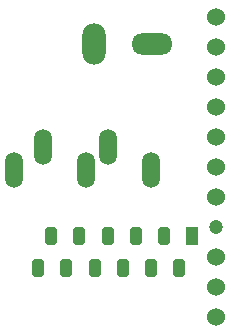
<source format=gbr>
%TF.GenerationSoftware,KiCad,Pcbnew,(6.0.6-0)*%
%TF.CreationDate,2022-07-06T00:09:10-04:00*%
%TF.ProjectId,PS2VGA Plug PCB,50533256-4741-4205-906c-756720504342,rev?*%
%TF.SameCoordinates,Original*%
%TF.FileFunction,Soldermask,Top*%
%TF.FilePolarity,Negative*%
%FSLAX46Y46*%
G04 Gerber Fmt 4.6, Leading zero omitted, Abs format (unit mm)*
G04 Created by KiCad (PCBNEW (6.0.6-0)) date 2022-07-06 00:09:10*
%MOMM*%
%LPD*%
G01*
G04 APERTURE LIST*
G04 Aperture macros list*
%AMRoundRect*
0 Rectangle with rounded corners*
0 $1 Rounding radius*
0 $2 $3 $4 $5 $6 $7 $8 $9 X,Y pos of 4 corners*
0 Add a 4 corners polygon primitive as box body*
4,1,4,$2,$3,$4,$5,$6,$7,$8,$9,$2,$3,0*
0 Add four circle primitives for the rounded corners*
1,1,$1+$1,$2,$3*
1,1,$1+$1,$4,$5*
1,1,$1+$1,$6,$7*
1,1,$1+$1,$8,$9*
0 Add four rect primitives between the rounded corners*
20,1,$1+$1,$2,$3,$4,$5,0*
20,1,$1+$1,$4,$5,$6,$7,0*
20,1,$1+$1,$6,$7,$8,$9,0*
20,1,$1+$1,$8,$9,$2,$3,0*%
G04 Aperture macros list end*
%ADD10O,1.508000X3.016000*%
%ADD11O,3.500000X1.800000*%
%ADD12O,2.000000X3.500000*%
%ADD13C,1.200000*%
%ADD14C,1.524000*%
%ADD15R,1.000000X1.500000*%
%ADD16RoundRect,0.250000X0.250000X0.500000X-0.250000X0.500000X-0.250000X-0.500000X0.250000X-0.500000X0*%
G04 APERTURE END LIST*
D10*
%TO.C,J1*%
X141980000Y-105950000D03*
X144380000Y-103950000D03*
X149880000Y-103950000D03*
X153580000Y-105950000D03*
X148080000Y-105950000D03*
%TD*%
D11*
%TO.C,P2*%
X153590000Y-95238393D03*
D12*
X148690000Y-95238393D03*
%TD*%
D13*
%TO.C,P3*%
X159010000Y-110750000D03*
D14*
X159010000Y-118370000D03*
X159010000Y-108210000D03*
X159010000Y-105670000D03*
X159010000Y-103130000D03*
X159010000Y-100590000D03*
X159010000Y-98050000D03*
X159010000Y-95510000D03*
X159010000Y-92970000D03*
X159010000Y-115830000D03*
X159010000Y-113290000D03*
%TD*%
D15*
%TO.C,P1*%
X157040000Y-111540000D03*
D16*
X155940000Y-114240000D03*
X154650000Y-111540000D03*
X153550000Y-114240000D03*
X152260000Y-111540000D03*
X151160000Y-114240000D03*
X149870000Y-111540000D03*
X148770000Y-114240000D03*
X147480000Y-111540000D03*
X146380000Y-114240000D03*
X145090000Y-111540000D03*
X143990000Y-114240000D03*
%TD*%
M02*

</source>
